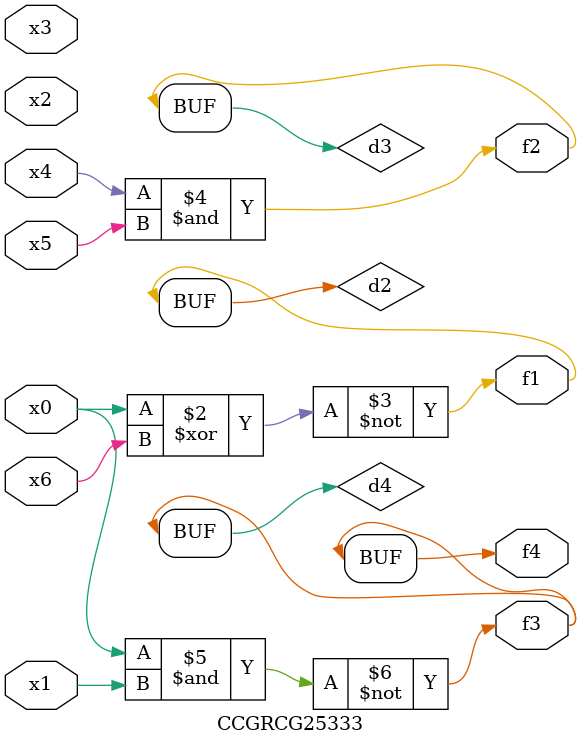
<source format=v>
module CCGRCG25333(
	input x0, x1, x2, x3, x4, x5, x6,
	output f1, f2, f3, f4
);

	wire d1, d2, d3, d4;

	nor (d1, x0);
	xnor (d2, x0, x6);
	and (d3, x4, x5);
	nand (d4, x0, x1);
	assign f1 = d2;
	assign f2 = d3;
	assign f3 = d4;
	assign f4 = d4;
endmodule

</source>
